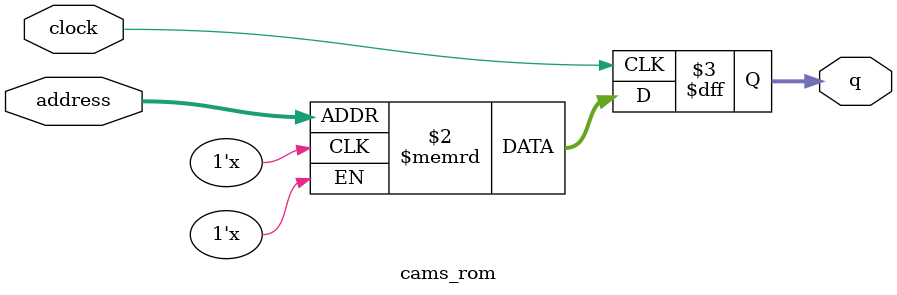
<source format=sv>
module cams_rom (
	input logic clock,
	input logic [15:0] address,
	output logic [2:0] q
);

logic [2:0] memory [0:57599] /* synthesis ram_init_file = "./cams/cams.COE" */;

always_ff @ (posedge clock) begin
	q <= memory[address];
end

endmodule

</source>
